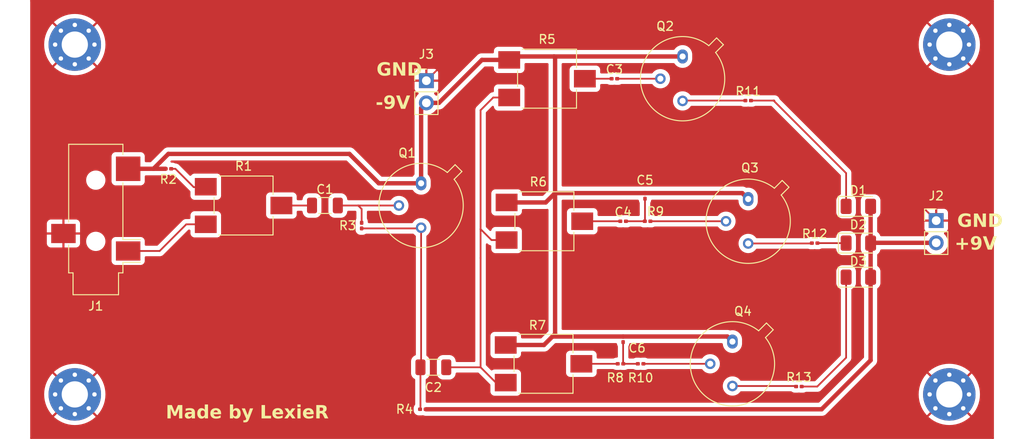
<source format=kicad_pcb>
(kicad_pcb (version 20240108) (generator "pcbnew") (generator_version "8.0")
  (layers (0 "F.Cu" signal) (31 "B.Cu" signal) (34 "B.Paste" user) (35 "F.Paste" user) (36 "B.SilkS" user "B.Silkscreen") (37 "F.SilkS" user "F.Silkscreen") (38 "B.Mask" user) (39 "F.Mask" user) (44 "Edge.Cuts" user))
  (net 0 "")
  (net 1 "Net-(C1-Pad1)")
  (net 2 "Net-(Q1-B)")
  (net 3 "Net-(Q1-C)")
  (net 4 "Net-(C2-Pad2)")
  (net 5 "Net-(Q2-B)")
  (net 6 "Net-(C3-Pad1)")
  (net 7 "Net-(C4-Pad2)")
  (net 8 "Net-(C4-Pad1)")
  (net 9 "-9V")
  (net 10 "Net-(C6-Pad2)")
  (net 11 "+9V")
  (net 12 "Net-(D1-K)")
  (net 13 "Net-(D2-K)")
  (net 14 "Net-(D3-K)")
  (net 15 "Net-(J1-PadS)")
  (net 16 "GND")
  (net 17 "Net-(Q2-C)")
  (net 18 "Net-(Q3-B)")
  (net 19 "Net-(Q3-C)")
  (net 20 "Net-(Q4-B)")
  (net 21 "Net-(Q4-C)")
  (net 22 "Net-(R1-Pad3)")
  (net 23 "Net-(R7-Pad2)")
  (footprint "Resistor_SMD:R_0201_0603Metric" (layer "F.Cu") (at 83.6 11.5)
    (property "Reference" "R11" (at 0 -1.05 0) (layer "F.SilkS"))
    (property "Value" "0.5k")
    (pad "1" smd roundrect (at -0.32 0) (size 0.46 0.4) (layers "F.Cu" "F.Mask") (net 17 "Net-(Q2-C)"))
    (pad "2" smd roundrect (at 0.32 0) (size 0.46 0.4) (layers "F.Cu" "F.Mask") (net 12 "Net-(D1-K)"))
  )
  (footprint "LED_SMD:LED_1206_3216Metric" (layer "F.Cu") (at 96.2 31.7)
    (property "Reference" "D3" (at 0 -1.82 0) (layer "F.SilkS"))
    (property "Value" "IR26-21C_L110_TR8")
    (fp_line (start -2.285 -1.135) (end -2.285 1.135) (stroke (width 0.12)) (layer "F.SilkS"))
    (fp_line (start -2.285 1.135) (end 1.6 1.135) (stroke (width 0.12)) (layer "F.SilkS"))
    (fp_line (start 1.6 -1.135) (end -2.285 -1.135) (stroke (width 0.12)) (layer "F.SilkS"))
    (pad "1" smd roundrect (at -1.4 0) (size 1.25 1.75) (layers "F.Cu" "F.Paste" "F.Mask") (roundrect_rratio 0.2) (net 14 "Net-(D3-K)"))
    (pad "2" smd roundrect (at 1.4 0) (size 1.25 1.75) (layers "F.Cu" "F.Paste" "F.Mask") (roundrect_rratio 0.2) (net 11 "+9V"))
  )
  (footprint "Connector_PinHeader_2.54mm:PinHeader_1x02_P2.54mm_Vertical" (layer "F.Cu") (at 46.8 9.225)
    (property "Reference" "J3" (at 0 -3.025 0) (layer "F.SilkS"))
    (property "Value" "Conn_01x02_Pin")
    (fp_line (start -1.33 -1.33) (end 0 -1.33) (stroke (width 0.12)) (layer "F.SilkS"))
    (fp_line (start -1.33 0) (end -1.33 -1.33) (stroke (width 0.12)) (layer "F.SilkS"))
    (fp_line (start -1.33 1.27) (end -1.33 3.87) (stroke (width 0.12)) (layer "F.SilkS"))
    (fp_line (start -1.33 1.27) (end 1.33 1.27) (stroke (width 0.12)) (layer "F.SilkS"))
    (fp_line (start -1.33 3.87) (end 1.33 3.87) (stroke (width 0.12)) (layer "F.SilkS"))
    (fp_line (start 1.33 1.27) (end 1.33 3.87) (stroke (width 0.12)) (layer "F.SilkS"))
    (pad "1" thru_hole rect (at 0 0) (size 1.7 1.7) (drill 1) (layers "*.Cu" "*.Mask") (net 16 "GND"))
    (pad "2" thru_hole oval (at 0 2.54) (size 1.7 1.7) (drill 1) (layers "*.Cu" "*.Mask") (net 9 "-9V"))
  )
  (footprint "Capacitor_SMD:C_0201_0603Metric" (layer "F.Cu") (at 69.3 25.3)
    (property "Reference" "C4" (at 0 -1.05 0) (layer "F.SilkS"))
    (property "Value" "680n")
    (pad "1" smd roundrect (at -0.32 0) (size 0.46 0.4) (layers "F.Cu" "F.Mask") (net 8 "Net-(C4-Pad1)"))
    (pad "2" smd roundrect (at 0.32 0) (size 0.46 0.4) (layers "F.Cu" "F.Mask") (net 7 "Net-(C4-Pad2)"))
  )
  (footprint "Connector_Audio:Jack_3.5mm_CUI_SJ-3523-SMT_Horizontal" (layer "F.Cu") (at 9 25.1 180)
    (property "Reference" "J1" (at 0 -9.9 360) (layer "F.SilkS"))
    (property "Value" "AudioJack3")
    (fp_line (start 3.1 8.6) (end -3.1 8.6) (stroke (width 0.12)) (layer "F.SilkS"))
    (fp_line (start 3.1 -0.3) (end 3.1 8.6) (stroke (width 0.12)) (layer "F.SilkS"))
    (fp_line (start 3.1 -6.1) (end 3.1 -2.9) (stroke (width 0.12)) (layer "F.SilkS"))
    (fp_line (start 2.6 -6.1) (end 3.1 -6.1) (stroke (width 0.12)) (layer "F.SilkS"))
    (fp_line (start 2.6 -8.6) (end 2.6 -6.1) (stroke (width 0.12)) (layer "F.SilkS"))
    (fp_line (start -2.6 -6.1) (end -2.6 -8.6) (stroke (width 0.12)) (layer "F.SilkS"))
    (fp_line (start -2.6 -8.6) (end 2.6 -8.6) (stroke (width 0.12)) (layer "F.SilkS"))
    (fp_line (start -3.1 8.6) (end -3.1 7.4) (stroke (width 0.12)) (layer "F.SilkS"))
    (fp_line (start -3.1 4.2) (end -3.1 -2.3) (stroke (width 0.12)) (layer "F.SilkS"))
    (fp_line (start -3.1 -2.3) (end -5.1 -2.3) (stroke (width 0.12)) (layer "F.SilkS"))
    (fp_line (start -3.1 -4.9) (end -3.1 -6.1) (stroke (width 0.12)) (layer "F.SilkS"))
    (fp_line (start -3.1 -4.9) (end -5.1 -4.9) (stroke (width 0.12)) (layer "F.SilkS"))
    (fp_line (start -3.1 -6.1) (end -2.6 -6.1) (stroke (width 0.12)) (layer "F.SilkS"))
    (pad "" np_thru_hole circle (at 0 -2.5 180) (size 1.7 1.7) (drill 1.7) (layers "*.Cu" "*.Mask"))
    (pad "" np_thru_hole circle (at 0 4.5 180) (size 1.7 1.7) (drill 1.7) (layers "*.Cu" "*.Mask"))
    (pad "R" smd rect (at 3.7 -1.6 180) (size 2.8 2.2) (layers "F.Cu" "F.Paste" "F.Mask") (net 16 "GND"))
    (pad "S" smd rect (at -3.7 -3.6 180) (size 2.8 2.2) (layers "F.Cu" "F.Paste" "F.Mask") (net 15 "Net-(J1-PadS)"))
    (pad "T" smd rect (at -3.7 5.8 180) (size 2.8 2.8) (layers "F.Cu" "F.Paste" "F.Mask") (net 9 "-9V"))
  )
  (footprint "MountingHole:MountingHole_3mm_Pad_Via" (layer "F.Cu") (at 106.6 5.1)
    (property "Reference" "J5" (hide yes))
    (property "Value" "Screw_Terminal_01x01")
    (pad "1" thru_hole circle (at -2.25 0) (size 0.8 0.8) (drill 0.5) (layers "*.Cu" "*.Mask") (net 16 "GND"))
    (pad "1" thru_hole circle (at -1.59099 -1.59099) (size 0.8 0.8) (drill 0.5) (layers "*.Cu" "*.Mask") (net 16 "GND"))
    (pad "1" thru_hole circle (at -1.59099 1.59099) (size 0.8 0.8) (drill 0.5) (layers "*.Cu" "*.Mask") (net 16 "GND"))
    (pad "1" thru_hole circle (at 0 -2.25) (size 0.8 0.8) (drill 0.5) (layers "*.Cu" "*.Mask") (net 16 "GND"))
    (pad "1" thru_hole circle (at 0 0) (size 6 6) (drill 3) (layers "*.Cu" "*.Mask") (net 16 "GND"))
    (pad "1" thru_hole circle (at 0 2.25) (size 0.8 0.8) (drill 0.5) (layers "*.Cu" "*.Mask") (net 16 "GND"))
    (pad "1" thru_hole circle (at 1.59099 -1.59099) (size 0.8 0.8) (drill 0.5) (layers "*.Cu" "*.Mask") (net 16 "GND"))
    (pad "1" thru_hole circle (at 1.59099 1.59099) (size 0.8 0.8) (drill 0.5) (layers "*.Cu" "*.Mask") (net 16 "GND"))
    (pad "1" thru_hole circle (at 2.25 0) (size 0.8 0.8) (drill 0.5) (layers "*.Cu" "*.Mask") (net 16 "GND"))
  )
  (footprint "LED_SMD:LED_1206_3216Metric" (layer "F.Cu") (at 96.2 27.8)
    (property "Reference" "D2" (at 0 -2.1 0) (layer "F.SilkS"))
    (property "Value" "IR26-21C_L110_TR8")
    (fp_line (start -2.285 -1.135) (end -2.285 1.135) (stroke (width 0.12)) (layer "F.SilkS"))
    (fp_line (start -2.285 1.135) (end 1.6 1.135) (stroke (width 0.12)) (layer "F.SilkS"))
    (fp_line (start 1.6 -1.135) (end -2.285 -1.135) (stroke (width 0.12)) (layer "F.SilkS"))
    (pad "1" smd roundrect (at -1.4 0) (size 1.25 1.75) (layers "F.Cu" "F.Paste" "F.Mask") (roundrect_rratio 0.2) (net 13 "Net-(D2-K)"))
    (pad "2" smd roundrect (at 1.4 0) (size 1.25 1.75) (layers "F.Cu" "F.Paste" "F.Mask") (roundrect_rratio 0.2) (net 11 "+9V"))
  )
  (footprint "Capacitor_SMD:C_1206_3216Metric" (layer "F.Cu") (at 47.6 42)
    (property "Reference" "C2" (at 0 2.3 180) (layer "F.SilkS"))
    (property "Value" "10u")
    (fp_line (start -0.711252 -0.91) (end 0.711252 -0.91) (stroke (width 0.12)) (layer "F.SilkS"))
    (fp_line (start -0.711252 0.91) (end 0.711252 0.91) (stroke (width 0.12)) (layer "F.SilkS"))
    (pad "1" smd roundrect (at -1.475 0) (size 1.15 1.8) (layers "F.Cu" "F.Paste" "F.Mask") (roundrect_rratio 0.217391) (net 3 "Net-(Q1-C)"))
    (pad "2" smd roundrect (at 1.475 0) (size 1.15 1.8) (layers "F.Cu" "F.Paste" "F.Mask") (roundrect_rratio 0.217391) (net 4 "Net-(C2-Pad2)"))
  )
  (footprint "Potentiometer_SMD:Potentiometer_ACP_CA6-VSMD_Vertical" (layer "F.Cu") (at 60.2 41.6)
    (property "Reference" "R7" (at -0.7 -4.4 0) (layer "F.SilkS"))
    (property "Value" "47k")
    (fp_line (start -3.37 -0.909) (end -3.37 0.91) (stroke (width 0.12)) (layer "F.SilkS"))
    (fp_line (start -2.834 -3.371) (end 3.37 -3.371) (stroke (width 0.12)) (layer "F.SilkS"))
    (fp_line (start -2.834 3.37) (end 3.37 3.37) (stroke (width 0.12)) (layer "F.SilkS"))
    (fp_line (start 3.37 -3.371) (end 3.37 -1.24) (stroke (width 0.12)) (layer "F.SilkS"))
    (fp_line (start 3.37 1.24) (end 3.37 3.37) (stroke (width 0.12)) (layer "F.SilkS"))
    (pad "1" smd rect (at -4.325 2.15) (size 2.5 2) (layers "F.Cu" "F.Paste" "F.Mask") (net 4 "Net-(C2-Pad2)"))
    (pad "2" smd rect (at 4.325 0) (size 2.5 2) (layers "F.Cu" "F.Paste" "F.Mask") (net 23 "Net-(R7-Pad2)"))
    (pad "3" smd rect (at -4.325 -2.15) (size 2.5 2) (layers "F.Cu" "F.Paste" "F.Mask") (net 9 "-9V"))
  )
  (footprint "MountingHole:MountingHole_3mm_Pad_Via" (layer "F.Cu") (at 6.6 45.1)
    (property "Reference" "J6" (hide yes))
    (property "Value" "Screw_Terminal_01x01")
    (pad "1" thru_hole circle (at -2.25 0) (size 0.8 0.8) (drill 0.5) (layers "*.Cu" "*.Mask") (net 16 "GND"))
    (pad "1" thru_hole circle (at -1.59099 -1.59099) (size 0.8 0.8) (drill 0.5) (layers "*.Cu" "*.Mask") (net 16 "GND"))
    (pad "1" thru_hole circle (at -1.59099 1.59099) (size 0.8 0.8) (drill 0.5) (layers "*.Cu" "*.Mask") (net 16 "GND"))
    (pad "1" thru_hole circle (at 0 -2.25) (size 0.8 0.8) (drill 0.5) (layers "*.Cu" "*.Mask") (net 16 "GND"))
    (pad "1" thru_hole circle (at 0 0) (size 6 6) (drill 3) (layers "*.Cu" "*.Mask") (net 16 "GND"))
    (pad "1" thru_hole circle (at 0 2.25) (size 0.8 0.8) (drill 0.5) (layers "*.Cu" "*.Mask") (net 16 "GND"))
    (pad "1" thru_hole circle (at 1.59099 -1.59099) (size 0.8 0.8) (drill 0.5) (layers "*.Cu" "*.Mask") (net 16 "GND"))
    (pad "1" thru_hole circle (at 1.59099 1.59099) (size 0.8 0.8) (drill 0.5) (layers "*.Cu" "*.Mask") (net 16 "GND"))
    (pad "1" thru_hole circle (at 2.25 0) (size 0.8 0.8) (drill 0.5) (layers "*.Cu" "*.Mask") (net 16 "GND"))
  )
  (footprint "Resistor_SMD:R_0201_0603Metric" (layer "F.Cu") (at 46.4 46.8 180)
    (property "Reference" "R4" (at 2.1 0 360) (layer "F.SilkS"))
    (property "Value" "10k")
    (pad "1" smd roundrect (at -0.32 0 180) (size 0.46 0.4) (layers "F.Cu" "F.Mask") (net 11 "+9V"))
    (pad "2" smd roundrect (at 0.32 0 180) (size 0.46 0.4) (layers "F.Cu" "F.Mask") (net 3 "Net-(Q1-C)"))
  )
  (footprint "Potentiometer_SMD:Potentiometer_ACP_CA6-VSMD_Vertical" (layer "F.Cu") (at 60.3 25.3)
    (property "Reference" "R6" (at -0.7 -4.5 0) (layer "F.SilkS"))
    (property "Value" "47k")
    (fp_line (start -3.37 -0.909) (end -3.37 0.91) (stroke (width 0.12)) (layer "F.SilkS"))
    (fp_line (start -2.834 -3.371) (end 3.37 -3.371) (stroke (width 0.12)) (layer "F.SilkS"))
    (fp_line (start -2.834 3.37) (end 3.37 3.37) (stroke (width 0.12)) (layer "F.SilkS"))
    (fp_line (start 3.37 -3.371) (end 3.37 -1.24) (stroke (width 0.12)) (layer "F.SilkS"))
    (fp_line (start 3.37 1.24) (end 3.37 3.37) (stroke (width 0.12)) (layer "F.SilkS"))
    (pad "1" smd rect (at -4.325 2.15) (size 2.5 2) (layers "F.Cu" "F.Paste" "F.Mask") (net 4 "Net-(C2-Pad2)"))
    (pad "2" smd rect (at 4.325 0) (size 2.5 2) (layers "F.Cu" "F.Paste" "F.Mask") (net 8 "Net-(C4-Pad1)"))
    (pad "3" smd rect (at -4.325 -2.15) (size 2.5 2) (layers "F.Cu" "F.Paste" "F.Mask") (net 9 "-9V"))
  )
  (footprint "Resistor_SMD:R_0201_0603Metric" (layer "F.Cu") (at 69 41.6)
    (property "Reference" "R8" (at -0.6 1.6 0) (layer "F.SilkS"))
    (property "Value" "1k")
    (pad "1" smd roundrect (at -0.32 0) (size 0.46 0.4) (layers "F.Cu" "F.Mask") (net 23 "Net-(R7-Pad2)"))
    (pad "2" smd roundrect (at 0.32 0) (size 0.46 0.4) (layers "F.Cu" "F.Mask") (net 10 "Net-(C6-Pad2)"))
  )
  (footprint "MountingHole:MountingHole_3mm_Pad_Via" (layer "F.Cu") (at 106.6 45.1)
    (property "Reference" "J4" (hide yes))
    (property "Value" "Screw_Terminal_01x01")
    (pad "1" thru_hole circle (at -2.25 0) (size 0.8 0.8) (drill 0.5) (layers "*.Cu" "*.Mask") (net 16 "GND"))
    (pad "1" thru_hole circle (at -1.59099 -1.59099) (size 0.8 0.8) (drill 0.5) (layers "*.Cu" "*.Mask") (net 16 "GND"))
    (pad "1" thru_hole circle (at -1.59099 1.59099) (size 0.8 0.8) (drill 0.5) (layers "*.Cu" "*.Mask") (net 16 "GND"))
    (pad "1" thru_hole circle (at 0 -2.25) (size 0.8 0.8) (drill 0.5) (layers "*.Cu" "*.Mask") (net 16 "GND"))
    (pad "1" thru_hole circle (at 0 0) (size 6 6) (drill 3) (layers "*.Cu" "*.Mask") (net 16 "GND"))
    (pad "1" thru_hole circle (at 0 2.25) (size 0.8 0.8) (drill 0.5) (layers "*.Cu" "*.Mask") (net 16 "GND"))
    (pad "1" thru_hole circle (at 1.59099 -1.59099) (size 0.8 0.8) (drill 0.5) (layers "*.Cu" "*.Mask") (net 16 "GND"))
    (pad "1" thru_hole circle (at 1.59099 1.59099) (size 0.8 0.8) (drill 0.5) (layers "*.Cu" "*.Mask") (net 16 "GND"))
    (pad "1" thru_hole circle (at 2.25 0) (size 0.8 0.8) (drill 0.5) (layers "*.Cu" "*.Mask") (net 16 "GND"))
  )
  (footprint "Capacitor_SMD:C_0201_0603Metric" (layer "F.Cu") (at 68.3 9)
    (property "Reference" "C3" (at 0 -1.05 0) (layer "F.SilkS"))
    (property "Value" "100n")
    (pad "1" smd roundrect (at -0.32 0) (size 0.46 0.4) (layers "F.Cu" "F.Mask") (net 6 "Net-(C3-Pad1)"))
    (pad "2" smd roundrect (at 0.32 0) (size 0.46 0.4) (layers "F.Cu" "F.Mask") (net 5 "Net-(Q2-B)"))
  )
  (footprint "Resistor_SMD:R_0201_0603Metric" (layer "F.Cu") (at 39.4 25.8 90)
    (property "Reference" "R3" (at 0 -1.6 180) (layer "F.SilkS"))
    (property "Value" "47k")
    (pad "1" smd roundrect (at -0.32 0 90) (size 0.46 0.4) (layers "F.Cu" "F.Mask") (net 3 "Net-(Q1-C)"))
    (pad "2" smd roundrect (at 0.32 0 90) (size 0.46 0.4) (layers "F.Cu" "F.Mask") (net 2 "Net-(Q1-B)"))
  )
  (footprint "Resistor_SMD:R_0201_0603Metric" (layer "F.Cu") (at 91.2 27.8)
    (property "Reference" "R12" (at 0 -1.05 0) (layer "F.SilkS"))
    (property "Value" "0.5k")
    (pad "1" smd roundrect (at -0.32 0) (size 0.46 0.4) (layers "F.Cu" "F.Mask") (net 19 "Net-(Q3-C)"))
    (pad "2" smd roundrect (at 0.32 0) (size 0.46 0.4) (layers "F.Cu" "F.Mask") (net 13 "Net-(D2-K)"))
  )
  (footprint "Connector_PinHeader_2.54mm:PinHeader_1x02_P2.54mm_Vertical" (layer "F.Cu") (at 105.1 25.225)
    (property "Reference" "J2" (at 0 -2.825 0) (layer "F.SilkS"))
    (property "Value" "Conn_01x02_Pin")
    (fp_line (start -1.33 -1.33) (end 0 -1.33) (stroke (width 0.12)) (layer "F.SilkS"))
    (fp_line (start -1.33 0) (end -1.33 -1.33) (stroke (width 0.12)) (layer "F.SilkS"))
    (fp_line (start -1.33 1.27) (end -1.33 3.87) (stroke (width 0.12)) (layer "F.SilkS"))
    (fp_line (start -1.33 1.27) (end 1.33 1.27) (stroke (width 0.12)) (layer "F.SilkS"))
    (fp_line (start -1.33 3.87) (end 1.33 3.87) (stroke (width 0.12)) (layer "F.SilkS"))
    (fp_line (start 1.33 1.27) (end 1.33 3.87) (stroke (width 0.12)) (layer "F.SilkS"))
    (pad "1" thru_hole rect (at 0 0) (size 1.7 1.7) (drill 1) (layers "*.Cu" "*.Mask") (net 16 "GND"))
    (pad "2" thru_hole oval (at 0 2.54) (size 1.7 1.7) (drill 1) (layers "*.Cu" "*.Mask") (net 11 "+9V"))
  )
  (footprint "Package_TO_SOT_THT:TO-39-3" (layer "F.Cu") (at 83.6 22.76 -90)
    (property "Reference" "Q3" (at -3.56 -0.2 180) (layer "F.SilkS"))
    (property "Value" "2N2219")
    (fp_line (start -0.457084 -3.774902) (end -1.348039 -4.665856) (stroke (width 0.12)) (layer "F.SilkS"))
    (fp_line (start -2.125856 -3.888039) (end -1.234902 -2.997084) (stroke (width 0.12)) (layer "F.SilkS"))
    (fp_line (start -1.348039 -4.665856) (end -2.125856 -3.888039) (stroke (width 0.12)) (layer "F.SilkS"))
    (fp_arc (start -0.457084 -3.774902) (mid 5.948125 3.408384) (end -1.234674 -2.997371) (stroke (width 0.12)) (layer "F.SilkS"))
    (pad "1" thru_hole oval (at 0 0 270) (size 1.6 1.2) (drill 0.7) (layers "*.Cu" "*.Mask") (net 9 "-9V"))
    (pad "2" thru_hole oval (at 2.54 2.54 270) (size 1.2 1.2) (drill 0.7) (layers "*.Cu" "*.Mask") (net 18 "Net-(Q3-B)"))
    (pad "3" thru_hole oval (at 5.08 0 270) (size 1.2 1.2) (drill 0.7) (layers "*.Cu" "*.Mask") (net 19 "Net-(Q3-C)"))
  )
  (footprint "LED_SMD:LED_1206_3216Metric" (layer "F.Cu") (at 96.2 23.6)
    (property "Reference" "D1" (at 0 -1.82 0) (layer "F.SilkS"))
    (property "Value" "IR26-21C_L110_TR8")
    (fp_line (start -2.285 -1.135) (end -2.285 1.135) (stroke (width 0.12)) (layer "F.SilkS"))
    (fp_line (start -2.285 1.135) (end 1.6 1.135) (stroke (width 0.12)) (layer "F.SilkS"))
    (fp_line (start 1.6 -1.135) (end -2.285 -1.135) (stroke (width 0.12)) (layer "F.SilkS"))
    (pad "1" smd roundrect (at -1.4 0) (size 1.25 1.75) (layers "F.Cu" "F.Paste" "F.Mask") (roundrect_rratio 0.2) (net 12 "Net-(D1-K)"))
    (pad "2" smd roundrect (at 1.4 0) (size 1.25 1.75) (layers "F.Cu" "F.Paste" "F.Mask") (roundrect_rratio 0.2) (net 11 "+9V"))
  )
  (footprint "Capacitor_SMD:C_1206_3216Metric" (layer "F.Cu") (at 35.2 23.5)
    (property "Reference" "C1" (at 0 -1.85 0) (layer "F.SilkS"))
    (property "Value" "10u")
    (fp_line (start -0.711252 -0.91) (end 0.711252 -0.91) (stroke (width 0.12)) (layer "F.SilkS"))
    (fp_line (start -0.711252 0.91) (end 0.711252 0.91) (stroke (width 0.12)) (layer "F.SilkS"))
    (pad "1" smd roundrect (at -1.475 0) (size 1.15 1.8) (layers "F.Cu" "F.Paste" "F.Mask") (roundrect_rratio 0.217391) (net 1 "Net-(C1-Pad1)"))
    (pad "2" smd roundrect (at 1.475 0) (size 1.15 1.8) (layers "F.Cu" "F.Paste" "F.Mask") (roundrect_rratio 0.217391) (net 2 "Net-(Q1-B)"))
  )
  (footprint "Package_TO_SOT_THT:TO-39-3" (layer "F.Cu") (at 81.8 39.06 -90)
    (property "Reference" "Q4" (at -3.46 -1.2 180) (layer "F.SilkS"))
    (property "Value" "2N2219")
    (fp_line (start -0.457084 -3.774902) (end -1.348039 -4.665856) (stroke (width 0.12)) (layer "F.SilkS"))
    (fp_line (start -2.125856 -3.888039) (end -1.234902 -2.997084) (stroke (width 0.12)) (layer "F.SilkS"))
    (fp_line (start -1.348039 -4.665856) (end -2.125856 -3.888039) (stroke (width 0.12)) (layer "F.SilkS"))
    (fp_arc (start -0.457084 -3.774902) (mid 5.948125 3.408384) (end -1.234674 -2.997371) (stroke (width 0.12)) (layer "F.SilkS"))
    (pad "1" thru_hole oval (at 0 0 270) (size 1.6 1.2) (drill 0.7) (layers "*.Cu" "*.Mask") (net 9 "-9V"))
    (pad "2" thru_hole oval (at 2.54 2.54 270) (size 1.2 1.2) (drill 0.7) (layers "*.Cu" "*.Mask") (net 20 "Net-(Q4-B)"))
    (pad "3" thru_hole oval (at 5.08 0 270) (size 1.2 1.2) (drill 0.7) (layers "*.Cu" "*.Mask") (net 21 "Net-(Q4-C)"))
  )
  (footprint "Potentiometer_SMD:Potentiometer_ACP_CA6-VSMD_Vertical" (layer "F.Cu") (at 60.6 9)
    (property "Reference" "R5" (at 0 -4.5 0) (layer "F.SilkS"))
    (property "Value" "47k")
    (fp_line (start -3.37 -0.909) (end -3.37 0.91) (stroke (width 0.12)) (layer "F.SilkS"))
    (fp_line (start -2.834 -3.371) (end 3.37 -3.371) (stroke (width 0.12)) (layer "F.SilkS"))
    (fp_line (start -2.834 3.37) (end 3.37 3.37) (stroke (width 0.12)) (layer "F.SilkS"))
    (fp_line (start 3.37 -3.371) (end 3.37 -1.24) (stroke (width 0.12)) (layer "F.SilkS"))
    (fp_line (start 3.37 1.24) (end 3.37 3.37) (stroke (width 0.12)) (layer "F.SilkS"))
    (pad "1" smd rect (at -4.325 2.15) (size 2.5 2) (layers "F.Cu" "F.Paste" "F.Mask") (net 4 "Net-(C2-Pad2)"))
    (pad "2" smd rect (at 4.325 0) (size 2.5 2) (layers "F.Cu" "F.Paste" "F.Mask") (net 6 "Net-(C3-Pad1)"))
    (pad "3" smd rect (at -4.325 -2.15) (size 2.5 2) (layers "F.Cu" "F.Paste" "F.Mask") (net 9 "-9V"))
  )
  (footprint "Resistor_SMD:R_0201_0603Metric" (layer "F.Cu") (at 72.1 25.3)
    (property "Reference" "R9" (at 0.9 -1.1 0) (layer "F.SilkS"))
    (property "Value" "0.5k")
    (pad "1" smd roundrect (at -0.32 0) (size 0.46 0.4) (layers "F.Cu" "F.Mask") (net 7 "Net-(C4-Pad2)"))
    (pad "2" smd roundrect (at 0.32 0) (size 0.46 0.4) (layers "F.Cu" "F.Mask") (net 18 "Net-(Q3-B)"))
  )
  (footprint "Resistor_SMD:R_0201_0603Metric" (layer "F.Cu") (at 71.3 41.6)
    (property "Reference" "R10" (at 0 1.6 0) (layer "F.SilkS"))
    (property "Value" "0.5k")
    (pad "1" smd roundrect (at -0.32 0) (size 0.46 0.4) (layers "F.Cu" "F.Mask") (net 10 "Net-(C6-Pad2)"))
    (pad "2" smd roundrect (at 0.32 0) (size 0.46 0.4) (layers "F.Cu" "F.Mask") (net 20 "Net-(Q4-B)"))
  )
  (footprint "Capacitor_SMD:C_0201_0603Metric" (layer "F.Cu") (at 71.8 22.4 -90)
    (property "Reference" "C5" (at -1.8 0 180) (layer "F.SilkS"))
    (property "Value" "150n")
    (pad "1" smd roundrect (at -0.32 0 270) (size 0.46 0.4) (layers "F.Cu" "F.Mask") (net 9 "-9V"))
    (pad "2" smd roundrect (at 0.32 0 270) (size 0.46 0.4) (layers "F.Cu" "F.Mask") (net 7 "Net-(C4-Pad2)"))
  )
  (footprint "Package_TO_SOT_THT:TO-39-3" (layer "F.Cu") (at 46.2 20.96 -90)
    (property "Reference" "Q1" (at -3.46 1.6 180) (layer "F.SilkS"))
    (property "Value" "2N2219")
    (fp_line (start -0.457084 -3.774902) (end -1.348039 -4.665856) (stroke (width 0.12)) (layer "F.SilkS"))
    (fp_line (start -2.125856 -3.888039) (end -1.234902 -2.997084) (stroke (width 0.12)) (layer "F.SilkS"))
    (fp_line (start -1.348039 -4.665856) (end -2.125856 -3.888039) (stroke (width 0.12)) (layer "F.SilkS"))
    (fp_arc (start -0.457084 -3.774902) (mid 5.948125 3.408384) (end -1.234674 -2.997371) (stroke (width 0.12)) (layer "F.SilkS"))
    (pad "1" thru_hole oval (at 0 0 270) (size 1.6 1.2) (drill 0.7) (layers "*.Cu" "*.Mask") (net 9 "-9V"))
    (pad "2" thru_hole oval (at 2.54 2.54 270) (size 1.2 1.2) (drill 0.7) (layers "*.Cu" "*.Mask") (net 2 "Net-(Q1-B)"))
    (pad "3" thru_hole oval (at 5.08 0 270) (size 1.2 1.2) (drill 0.7) (layers "*.Cu" "*.Mask") (net 3 "Net-(Q1-C)"))
  )
  (footprint "Capacitor_SMD:C_0201_0603Metric" (layer "F.Cu") (at 69.3 38.8 -90)
    (property "Reference" "C6" (at 1 -1.6 180) (layer "F.SilkS"))
    (property "Value" "330n")
    (pad "1" smd roundrect (at -0.32 0 270) (size 0.46 0.4) (layers "F.Cu" "F.Mask") (net 9 "-9V"))
    (pad "2" smd roundrect (at 0.32 0 270) (size 0.46 0.4) (layers "F.Cu" "F.Mask") (net 10 "Net-(C6-Pad2)"))
  )
  (footprint "MountingHole:MountingHole_3mm_Pad_Via" (layer "F.Cu") (at 6.6 5.1)
    (property "Reference" "J7" (hide yes))
    (property "Value" "Screw_Terminal_01x01")
    (pad "1" thru_hole circle (at -2.25 0) (size 0.8 0.8) (drill 0.5) (layers "*.Cu" "*.Mask") (net 16 "GND"))
    (pad "1" thru_hole circle (at -1.59099 -1.59099) (size 0.8 0.8) (drill 0.5) (layers "*.Cu" "*.Mask") (net 16 "GND"))
    (pad "1" thru_hole circle (at -1.59099 1.59099) (size 0.8 0.8) (drill 0.5) (layers "*.Cu" "*.Mask") (net 16 "GND"))
    (pad "1" thru_hole circle (at 0 -2.25) (size 0.8 0.8) (drill 0.5) (layers "*.Cu" "*.Mask") (net 16 "GND"))
    (pad "1" thru_hole circle (at 0 0) (size 6 6) (drill 3) (layers "*.Cu" "*.Mask") (net 16 "GND"))
    (pad "1" thru_hole circle (at 0 2.25) (size 0.8 0.8) (drill 0.5) (layers "*.Cu" "*.Mask") (net 16 "GND"))
    (pad "1" thru_hole circle (at 1.59099 -1.59099) (size 0.8 0.8) (drill 0.5) (layers "*.Cu" "*.Mask") (net 16 "GND"))
    (pad "1" thru_hole circle (at 1.59099 1.59099) (size 0.8 0.8) (drill 0.5) (layers "*.Cu" "*.Mask") (net 16 "GND"))
    (pad "1" thru_hole circle (at 2.25 0) (size 0.8 0.8) (drill 0.5) (layers "*.Cu" "*.Mask") (net 16 "GND"))
  )
  (footprint "Package_TO_SOT_THT:TO-39-3" (layer "F.Cu") (at 76.1 6.46 -90)
    (property "Reference" "Q2" (at -3.46 2 180) (layer "F.SilkS"))
    (property "Value" "2N2219")
    (fp_line (start -0.457084 -3.774902) (end -1.348039 -4.665856) (stroke (width 0.12)) (layer "F.SilkS"))
    (fp_line (start -2.125856 -3.888039) (end -1.234902 -2.997084) (stroke (width 0.12)) (layer "F.SilkS"))
    (fp_line (start -1.348039 -4.665856) (end -2.125856 -3.888039) (stroke (width 0.12)) (layer "F.SilkS"))
    (fp_arc (start -0.457084 -3.774902) (mid 5.948125 3.408384) (end -1.234674 -2.997371) (stroke (width 0.12)) (layer "F.SilkS"))
    (pad "1" thru_hole oval (at 0 0 270) (size 1.6 1.2) (drill 0.7) (layers "*.Cu" "*.Mask") (net 9 "-9V"))
    (pad "2" thru_hole oval (at 2.54 2.54 270) (size 1.2 1.2) (drill 0.7) (layers "*.Cu" "*.Mask") (net 5 "Net-(Q2-B)"))
    (pad "3" thru_hole oval (at 5.08 0 270) (size 1.2 1.2) (drill 0.7) (layers "*.Cu" "*.Mask") (net 17 "Net-(Q2-C)"))
  )
  (footprint "Resistor_SMD:R_0201_0603Metric" (layer "F.Cu") (at 17.3 19.3 180)
    (property "Reference" "R2" (at 0 -1.2 360) (layer "F.SilkS"))
    (property "Value" "1k")
    (pad "1" smd roundrect (at -0.32 0 180) (size 0.46 0.4) (layers "F.Cu" "F.Mask") (net 22 "Net-(R1-Pad3)"))
    (pad "2" smd roundrect (at 0.32 0 180) (size 0.46 0.4) (layers "F.Cu" "F.Mask") (net 9 "-9V"))
  )
  (footprint "Potentiometer_SMD:Potentiometer_ACP_CA6-VSMD_Vertical" (layer "F.Cu") (at 25.9 23.5)
    (property "Reference" "R1" (at 0 -4.5 0) (layer "F.SilkS"))
    (property "Value" "R_Potentiometer")
    (fp_line (start -3.37 -0.909) (end -3.37 0.91) (stroke (width 0.12)) (layer "F.SilkS"))
    (fp_line (start -2.834 -3.371) (end 3.37 -3.371) (stroke (width 0.12)) (layer "F.SilkS"))
    (fp_line (start -2.834 3.37) (end 3.37 3.37) (stroke (width 0.12)) (layer "F.SilkS"))
    (fp_line (start 3.37 -3.371) (end 3.37 -1.24) (stroke (width 0.12)) (layer "F.SilkS"))
    (fp_line (start 3.37 1.24) (end 3.37 3.37) (stroke (width 0.12)) (layer "F.SilkS"))
    (pad "1" smd rect (at -4.325 2.15) (size 2.5 2) (layers "F.Cu" "F.Paste" "F.Mask") (net 15 "Net-(J1-PadS)"))
    (pad "2" smd rect (at 4.325 0) (size 2.5 2) (layers "F.Cu" "F.Paste" "F.Mask") (net 1 "Net-(C1-Pad1)"))
    (pad "3" smd rect (at -4.325 -2.15) (size 2.5 2) (layers "F.Cu" "F.Paste" "F.Mask") (net 22 "Net-(R1-Pad3)"))
  )
  (footprint "Resistor_SMD:R_0201_0603Metric" (layer "F.Cu") (at 89.4 44.2)
    (property "Reference" "R13" (at 0 -1.05 0) (layer "F.SilkS"))
    (property "Value" "0.5k")
    (pad "1" smd roundrect (at -0.32 0) (size 0.46 0.4) (layers "F.Cu" "F.Mask") (net 21 "Net-(Q4-C)"))
    (pad "2" smd roundrect (at 0.32 0) (size 0.46 0.4) (layers "F.Cu" "F.Mask") (net 14 "Net-(D3-K)"))
  )
  (gr_rect (start 1.6 0.1) (end 111.6 50.1) (stroke (width 0.2)) (fill none) (layer "F.Cu") (net 16))
  (gr_text "Made by LexieR" (at 17 48.1 0) (layer "F.SilkS") (effects (font (size 1.5 1.5) (thickness 0.3) (bold yes) (italic yes)) (justify left bottom)))
  (gr_text "GND" (at 41.1 8.9 0) (layer "F.SilkS") (effects (font (size 1.5 1.5) (thickness 0.3) (bold yes) (italic yes)) (justify left bottom)))
  (gr_text "-9V" (at 41 12.7 0) (layer "F.SilkS") (effects (font (size 1.5 1.5) (thickness 0.3) (bold yes) (italic yes)) (justify left bottom)))
  (gr_text "+9V" (at 107.2 28.8 0) (layer "F.SilkS") (effects (font (size 1.5 1.5) (thickness 0.3) (bold yes) (italic yes)) (justify left bottom)))
  (gr_text "GND" (at 107.5 26.2 0) (layer "F.SilkS") (effects (font (size 1.5 1.5) (thickness 0.3) (bold yes) (italic yes)) (justify left bottom)))
  (segment (start 30.225 23.5) (end 33.725 23.5) (width 0.2) (layer "F.Cu") (net 1))
  (segment (start 39.4 25.48) (end 39.4 23.9) (width 0.2) (layer "F.Cu") (net 2))
  (segment (start 39 23.5) (end 43.66 23.5) (width 0.2) (layer "F.Cu") (net 2))
  (segment (start 39.4 23.9) (end 39 23.5) (width 0.2) (layer "F.Cu") (net 2))
  (segment (start 36.675 23.5) (end 39 23.5) (width 0.2) (layer "F.Cu") (net 2))
  (segment (start 46.12 26.12) (end 46.2 26.04) (width 0.2) (layer "F.Cu") (net 3))
  (segment (start 46.2 26.04) (end 46.2 41.925) (width 0.2) (layer "F.Cu") (net 3))
  (segment (start 46.2 41.925) (end 46.125 42) (width 0.2) (layer "F.Cu") (net 3))
  (segment (start 46.125 42) (end 46.125 46.755) (width 0.2) (layer "F.Cu") (net 3))
  (segment (start 39.4 26.12) (end 46.12 26.12) (width 0.2) (layer "F.Cu") (net 3))
  (segment (start 46.26 26.1) (end 46.2 26.04) (width 0.2) (layer "F.Cu") (net 3))
  (segment (start 46.125 46.755) (end 46.08 46.8) (width 0.2) (layer "F.Cu") (net 3))
  (segment (start 46.1 26.14) (end 46.2 26.04) (width 0.2) (layer "F.Cu") (net 3))
  (segment (start 54.45 11.15) (end 53 12.6) (width 0.2) (layer "F.Cu") (net 4))
  (segment (start 53 29.5) (end 53 42) (width 0.2) (layer "F.Cu") (net 4))
  (segment (start 53 42) (end 54.75 43.75) (width 0.2) (layer "F.Cu") (net 4))
  (segment (start 53 26.2) (end 53 29.5) (width 0.2) (layer "F.Cu") (net 4))
  (segment (start 53 12.6) (end 53 26.2) (width 0.2) (layer "F.Cu") (net 4))
  (segment (start 49.075 42) (end 53 42) (width 0.2) (layer "F.Cu") (net 4))
  (segment (start 56.275 11.15) (end 54.45 11.15) (width 0.2) (layer "F.Cu") (net 4))
  (segment (start 54.75 43.75) (end 55.875 43.75) (width 0.2) (layer "F.Cu") (net 4))
  (segment (start 55.975 27.45) (end 54.25 27.45) (width 0.2) (layer "F.Cu") (net 4))
  (segment (start 54.25 27.45) (end 53 26.2) (width 0.2) (layer "F.Cu") (net 4))
  (segment (start 68.62 9) (end 73.56 9) (width 0.2) (layer "F.Cu") (net 5))
  (segment (start 64.925 9) (end 67.98 9) (width 0.2) (layer "F.Cu") (net 6))
  (segment (start 69.62 25.3) (end 71.78 25.3) (width 0.2) (layer "F.Cu") (net 7))
  (segment (start 71.78 25.3) (end 71.78 25.18) (width 0.2) (layer "F.Cu") (net 7))
  (segment (start 71.8 25.28) (end 71.78 25.3) (width 0.2) (layer "F.Cu") (net 7))
  (segment (start 71.78 25.18) (end 71.82 25.14) (width 0.2) (layer "F.Cu") (net 7))
  (segment (start 71.8 22.72) (end 71.8 25.28) (width 0.2) (layer "F.Cu") (net 7))
  (segment (start 64.625 25.3) (end 68.98 25.3) (width 0.2) (layer "F.Cu") (net 8))
  (segment (start 17.3 17.6) (end 15.6 19.3) (width 0.5) (layer "F.Cu") (net 9))
  (segment (start 56.665 6.46) (end 56.275 6.85) (width 0.5) (layer "F.Cu") (net 9))
  (segment (start 81.8 39.06) (end 81.22 38.48) (width 0.5) (layer "F.Cu") (net 9))
  (segment (start 61.52 38.18) (end 61.22 38.48) (width 0.5) (layer "F.Cu") (net 9))
  (segment (start 76.1 6.46) (end 61.4 6.46) (width 0.5) (layer "F.Cu") (net 9))
  (segment (start 81.22 38.48) (end 69.3 38.48) (width 0.5) (layer "F.Cu") (net 9))
  (segment (start 61.22 38.48) (end 60.25 39.45) (width 0.5) (layer "F.Cu") (net 9))
  (segment (start 61.52 6.58) (end 61.52 22.08) (width 0.5) (layer "F.Cu") (net 9))
  (segment (start 61.52 22.08) (end 60.45 23.15) (width 0.5) (layer "F.Cu") (net 9))
  (segment (start 46.2 20.96) (end 46.2 12.365) (width 0.5) (layer "F.Cu") (net 9))
  (segment (start 53.15 6.85) (end 56.275 6.85) (width 0.5) (layer "F.Cu") (net 9))
  (segment (start 48.235 11.765) (end 53.15 6.85) (width 0.5) (layer "F.Cu") (net 9))
  (segment (start 60.45 23.15) (end 55.975 23.15) (width 0.5) (layer "F.Cu") (net 9))
  (segment (start 46.2 12.365) (end 46.8 11.765) (width 0.5) (layer "F.Cu") (net 9))
  (segment (start 69.3 38.48) (end 61.22 38.48) (width 0.5) (layer "F.Cu") (net 9))
  (segment (start 71.8 22.08) (end 82.92 22.08) (width 0.5) (layer "F.Cu") (net 9))
  (segment (start 61.4 6.46) (end 61.52 6.58) (width 0.5) (layer "F.Cu") (net 9))
  (segment (start 12.7 19.3) (end 15.6 19.3) (width 0.5) (layer "F.Cu") (net 9))
  (segment (start 60.25 39.45) (end 55.875 39.45) (width 0.5) (layer "F.Cu") (net 9))
  (segment (start 61.52 22.08) (end 61.52 38.18) (width 0.5) (layer "F.Cu") (net 9))
  (segment (start 61.4 6.46) (end 56.665 6.46) (width 0.5) (layer "F.Cu") (net 9))
  (segment (start 82.92 22.08) (end 83.6 22.76) (width 0.5) (layer "F.Cu") (net 9))
  (segment (start 15.6 19.3) (end 16.98 19.3) (width 0.5) (layer "F.Cu") (net 9))
  (segment (start 41.36 20.96) (end 38 17.6) (width 0.5) (layer "F.Cu") (net 9))
  (segment (start 38 17.6) (end 17.3 17.6) (width 0.5) (layer "F.Cu") (net 9))
  (segment (start 46.8 11.765) (end 48.235 11.765) (width 0.5) (layer "F.Cu") (net 9))
  (segment (start 46.2 20.96) (end 41.36 20.96) (width 0.5) (layer "F.Cu") (net 9))
  (segment (start 71.8 22.08) (end 61.52 22.08) (width 0.5) (layer "F.Cu") (net 9))
  (segment (start 69.3 41.58) (end 69.32 41.6) (width 0.2) (layer "F.Cu") (net 10))
  (segment (start 69.3 39.12) (end 69.3 41.58) (width 0.2) (layer "F.Cu") (net 10))
  (segment (start 69.32 41.6) (end 70.98 41.6) (width 0.2) (layer "F.Cu") (net 10))
  (segment (start 92 46.8) (end 46.76 46.8) (width 0.5) (layer "F.Cu") (net 11))
  (segment (start 97.635 27.765) (end 97.6 27.8) (width 0.2) (layer "F.Cu") (net 11))
  (segment (start 105.1 27.765) (end 97.635 27.765) (width 0.5) (layer "F.Cu") (net 11))
  (segment (start 97.6 27.8) (end 97.6 31.7) (width 0.5) (layer "F.Cu") (net 11))
  (segment (start 97.6 31.7) (end 97.6 41.2) (width 0.5) (layer "F.Cu") (net 11))
  (segment (start 97.6 23.6) (end 97.6 27.8) (width 0.5) (layer "F.Cu") (net 11))
  (segment (start 97.6 41.2) (end 92 46.8) (width 0.5) (layer "F.Cu") (net 11))
  (segment (start 83.92 11.5) (end 86.5 11.5) (width 0.2) (layer "F.Cu") (net 12))
  (segment (start 94.8 19.8) (end 94.8 23.6) (width 0.2) (layer "F.Cu") (net 12))
  (segment (start 86.5 11.5) (end 86.6 11.5) (width 0.2) (layer "F.Cu") (net 12))
  (segment (start 86.5 11.5) (end 94.8 19.8) (width 0.2) (layer "F.Cu") (net 12))
  (segment (start 91.52 27.8) (end 94.8 27.8) (width 0.2) (layer "F.Cu") (net 13))
  (segment (start 91.5 44.2) (end 94.8 40.9) (width 0.2) (layer "F.Cu") (net 14))
  (segment (start 94.8 40.9) (end 94.8 31.7) (width 0.2) (layer "F.Cu") (net 14))
  (segment (start 89.72 44.2) (end 91.5 44.2) (width 0.2) (layer "F.Cu") (net 14))
  (segment (start 19.35 25.65) (end 16.3 28.7) (width 0.2) (layer "F.Cu") (net 15))
  (segment (start 21.575 25.65) (end 19.35 25.65) (width 0.2) (layer "F.Cu") (net 15))
  (segment (start 16.3 28.7) (end 12.7 28.7) (width 0.2) (layer "F.Cu") (net 15))
  (segment (start 106.6 5.1) (end 111.6 0.1) (width 0.2) (layer "F.Cu") (net 16))
  (segment (start 13.1 9.225) (end 46.8 9.225) (width 0.2) (layer "F.Cu") (net 16))
  (segment (start 54.125 1.9) (end 81.775 1.9) (width 0.2) (layer "F.Cu") (net 16))
  (segment (start 6.6 45.1) (end 1.6 50.1) (width 0.2) (layer "F.Cu") (net 16))
  (segment (start 12.6 9.225) (end 10.725 9.225) (width 0.2) (layer "F.Cu") (net 16))
  (segment (start 6.6 5.1) (end 1.6 0.1) (width 0.2) (layer "F.Cu") (net 16))
  (segment (start 12.6 9.225) (end 13.1 9.225) (width 0.2) (layer "F.Cu") (net 16))
  (segment (start 10.725 9.225) (end 6.6 5.1) (width 0.2) (layer "F.Cu") (net 16))
  (segment (start 5.3 16.4) (end 12.475 9.225) (width 0.2) (layer "F.Cu") (net 16))
  (segment (start 12.475 9.225) (end 12.6 9.225) (width 0.2) (layer "F.Cu") (net 16))
  (segment (start 81.775 1.9) (end 105.1 25.225) (width 0.2) (layer "F.Cu") (net 16))
  (segment (start 106.6 45.1) (end 111.6 50.1) (width 0.2) (layer "F.Cu") (net 16))
  (segment (start 5.3 26.7) (end 5.3 16.4) (width 0.2) (layer "F.Cu") (net 16))
  (segment (start 46.8 9.225) (end 54.125 1.9) (width 0.2) (layer "F.Cu") (net 16))
  (segment (start 76.14 11.5) (end 83.28 11.5) (width 0.2) (layer "F.Cu") (net 17))
  (segment (start 76.1 11.54) (end 76.14 11.5) (width 0.2) (layer "F.Cu") (net 17))
  (segment (start 72.42 25.3) (end 80.76 25.3) (width 0.2) (layer "F.Cu") (net 18))
  (segment (start 80.76 25.3) (end 81.06 25.6) (width 0.2) (layer "F.Cu") (net 18))
  (segment (start 90.88 27.8) (end 90.84 27.84) (width 0.2) (layer "F.Cu") (net 19))
  (segment (start 90.84 27.84) (end 83.6 27.84) (width 0.2) (layer "F.Cu") (net 19))
  (segment (start 71.62 41.6) (end 79.26 41.6) (width 0.2) (layer "F.Cu") (net 20))
  (segment (start 89.02 44.14) (end 89.08 44.2) (width 0.2) (layer "F.Cu") (net 21))
  (segment (start 81.8 44.14) (end 89.02 44.14) (width 0.2) (layer "F.Cu") (net 21))
  (segment (start 17.62 19.3) (end 18.1 19.3) (width 0.2) (layer "F.Cu") (net 22))
  (segment (start 21.525 21.4) (end 21.575 21.35) (width 0.2) (layer "F.Cu") (net 22))
  (segment (start 18.1 19.3) (end 20.2 21.4) (width 0.2) (layer "F.Cu") (net 22))
  (segment (start 20.2 21.4) (end 21.525 21.4) (width 0.2) (layer "F.Cu") (net 22))
  (segment (start 68.68 41.6) (end 64.525 41.6) (width 0.2) (layer "F.Cu") (net 23))
  (zone (net 16) (net_name "GND") (layer "F.Cu") (connect_pads (clearance 0.5)) (min_thickness 0.25) (fill yes (thermal_gap 0.5) (thermal_bridge_width 0.25))
    (polygon (pts (xy 1.6 0.1) (xy 111.6 0.1) (xy 111.6 50.1) (xy 1.6 50.1)))
  )
)
</source>
